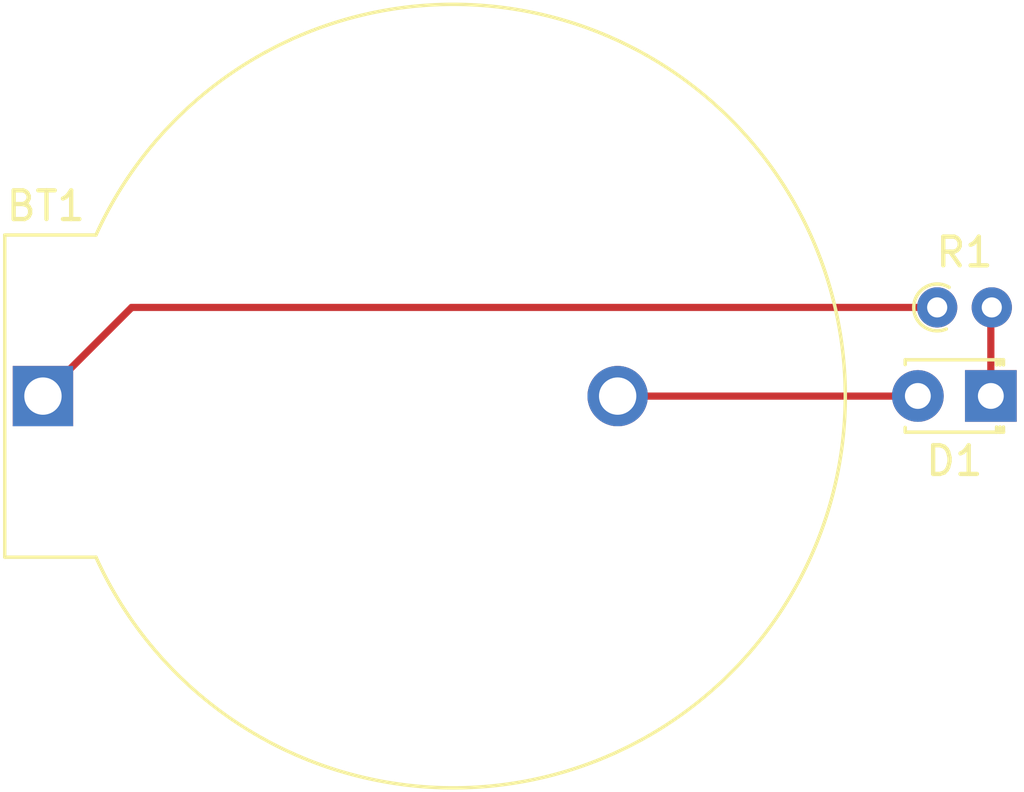
<source format=kicad_pcb>
(kicad_pcb (version 20210228) (generator pcbnew)
  (layers (0 "F.Cu" signal) (31 "B.Cu" signal) (34 "B.Paste" user) (35 "F.Paste" user) (36 "B.SilkS" user "B.Silkscreen") (37 "F.SilkS" user "F.Silkscreen") (38 "B.Mask" user) (39 "F.Mask" user) (44 "Edge.Cuts" user))
  (net 0 "")
  (net 1 "VCC")
  (net 2 "Net-(D1-Pad1)")
  (net 3 "GND")
  (footprint "Battery:BatteryHolder_ComfortableElectronic_CH273-2450_1x2450" (layer "F.Cu") (at 84.28 58.688173)
    (fp_text reference "BT1" (at 0.1 -6.62) (layer "F.SilkS"))
    (fp_text value "Battery_Cell")
    (fp_line (start -1.33 -5.61) (end 1.845 -5.61) (layer "F.SilkS") (width 0.12))
    (fp_line (start -1.33 5.61) (end -1.33 -5.61) (layer "F.SilkS") (width 0.12))
    (fp_line (start 1.845 5.61) (end -1.33 5.61) (layer "F.SilkS") (width 0.12))
    (fp_arc (start 14.28 0) (end 1.845 -5.61) (angle 311.4353527) (layer "F.SilkS") (width 0.12))
    (pad "1" thru_hole rect (at 0 0 270) (size 2.1 2.1) (drill 1.3) (layers *.Cu *.Mask) (net 1 "VCC"))
    (pad "2" thru_hole circle (at 20 0 270) (size 2.1 2.1) (drill 1.3) (layers *.Cu *.Mask) (net 3 "GND"))
  )
  (footprint "Resistor_THT:R_Axial_DIN0204_L3.6mm_D1.6mm_P1.90mm_Vertical" (layer "F.Cu") (at 115.4 55.6)
    (fp_text reference "R1" (at 0.95 -1.92) (layer "F.SilkS"))
    (fp_text value "1k")
    (fp_arc (start 0 0) (end 0.417133 -0.7) (angle -233.92106) (layer "F.SilkS") (width 0.12))
    (pad "1" thru_hole circle (at 0 0) (size 1.4 1.4) (drill 0.7) (layers *.Cu *.Mask) (net 1 "VCC"))
    (pad "2" thru_hole oval (at 1.9 0) (size 1.4 1.4) (drill 0.7) (layers *.Cu *.Mask) (net 2 "Net-(D1-Pad1)"))
  )
  (footprint "LED_THT:LED_D1.8mm_W3.3mm_H2.4mm" (layer "F.Cu") (at 117.267073 58.683929 180)
    (fp_text reference "D1" (at 1.27 -2.26) (layer "F.SilkS"))
    (fp_text value "LED")
    (fp_line (start 2.98 -1.26) (end 2.98 -1.095) (layer "F.SilkS") (width 0.12))
    (fp_line (start -0.44 -1.26) (end 2.98 -1.26) (layer "F.SilkS") (width 0.12))
    (fp_line (start -0.32 1.08) (end -0.32 1.26) (layer "F.SilkS") (width 0.12))
    (fp_line (start -0.44 1.08) (end -0.44 1.26) (layer "F.SilkS") (width 0.12))
    (fp_line (start 2.98 1.095) (end 2.98 1.26) (layer "F.SilkS") (width 0.12))
    (fp_line (start -0.44 1.26) (end 2.98 1.26) (layer "F.SilkS") (width 0.12))
    (fp_line (start -0.44 -1.26) (end -0.44 -1.08) (layer "F.SilkS") (width 0.12))
    (fp_line (start -0.32 -1.26) (end -0.32 -1.08) (layer "F.SilkS") (width 0.12))
    (fp_line (start -0.2 1.08) (end -0.2 1.26) (layer "F.SilkS") (width 0.12))
    (fp_line (start -0.2 -1.26) (end -0.2 -1.08) (layer "F.SilkS") (width 0.12))
    (pad "1" thru_hole rect (at 0 0 180) (size 1.8 1.8) (drill 0.9) (layers *.Cu *.Mask) (net 2 "Net-(D1-Pad1)"))
    (pad "2" thru_hole circle (at 2.54 0 180) (size 1.8 1.8) (drill 0.9) (layers *.Cu *.Mask) (net 3 "GND"))
  )
  (segment (start 115.4 55.6) (end 87.368173 55.6) (width 0.25) (layer "F.Cu") (net 1))
  (segment (start 87.368173 55.6) (end 84.28 58.688173) (width 0.25) (layer "F.Cu") (net 1))
  (segment (start 117.267073 58.683929) (end 117.267073 55.632927) (width 0.25) (layer "F.Cu") (net 2))
  (segment (start 117.267073 55.632927) (end 117.3 55.6) (width 0.25) (layer "F.Cu") (net 2))
  (segment (start 104.28 58.688173) (end 114.722829 58.688173) (width 0.25) (layer "F.Cu") (net 3))
  (segment (start 114.722829 58.688173) (end 114.727073 58.683929) (width 0.25) (layer "F.Cu") (net 3))
)
</source>
